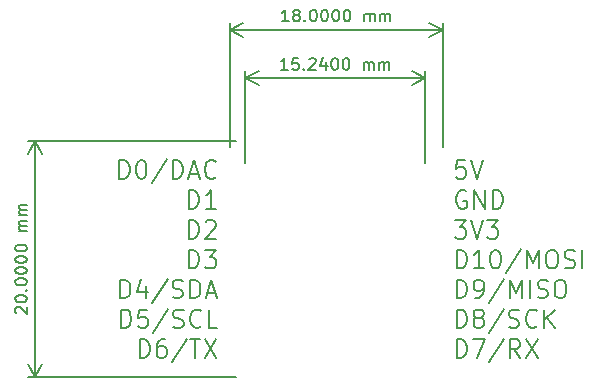
<source format=gbr>
%TF.GenerationSoftware,KiCad,Pcbnew,7.0.9*%
%TF.CreationDate,2024-02-17T11:22:31-05:00*%
%TF.ProjectId,uSD Card with Power Switch - for Xiao or QT Py,75534420-4361-4726-9420-776974682050,V1*%
%TF.SameCoordinates,Original*%
%TF.FileFunction,Other,User*%
%FSLAX46Y46*%
G04 Gerber Fmt 4.6, Leading zero omitted, Abs format (unit mm)*
G04 Created by KiCad (PCBNEW 7.0.9) date 2024-02-17 11:22:31*
%MOMM*%
%LPD*%
G01*
G04 APERTURE LIST*
%ADD10C,0.200000*%
%ADD11C,0.150000*%
G04 APERTURE END LIST*
D10*
X169903006Y-70661261D02*
X169188720Y-70661261D01*
X169188720Y-70661261D02*
X169117292Y-71408880D01*
X169117292Y-71408880D02*
X169188720Y-71334119D01*
X169188720Y-71334119D02*
X169331578Y-71259357D01*
X169331578Y-71259357D02*
X169688720Y-71259357D01*
X169688720Y-71259357D02*
X169831578Y-71334119D01*
X169831578Y-71334119D02*
X169903006Y-71408880D01*
X169903006Y-71408880D02*
X169974435Y-71558404D01*
X169974435Y-71558404D02*
X169974435Y-71932214D01*
X169974435Y-71932214D02*
X169903006Y-72081738D01*
X169903006Y-72081738D02*
X169831578Y-72156500D01*
X169831578Y-72156500D02*
X169688720Y-72231261D01*
X169688720Y-72231261D02*
X169331578Y-72231261D01*
X169331578Y-72231261D02*
X169188720Y-72156500D01*
X169188720Y-72156500D02*
X169117292Y-72081738D01*
X170403006Y-70661261D02*
X170903006Y-72231261D01*
X170903006Y-72231261D02*
X171403006Y-70661261D01*
X169974435Y-73263723D02*
X169831578Y-73188961D01*
X169831578Y-73188961D02*
X169617292Y-73188961D01*
X169617292Y-73188961D02*
X169403006Y-73263723D01*
X169403006Y-73263723D02*
X169260149Y-73413247D01*
X169260149Y-73413247D02*
X169188720Y-73562771D01*
X169188720Y-73562771D02*
X169117292Y-73861819D01*
X169117292Y-73861819D02*
X169117292Y-74086104D01*
X169117292Y-74086104D02*
X169188720Y-74385152D01*
X169188720Y-74385152D02*
X169260149Y-74534676D01*
X169260149Y-74534676D02*
X169403006Y-74684200D01*
X169403006Y-74684200D02*
X169617292Y-74758961D01*
X169617292Y-74758961D02*
X169760149Y-74758961D01*
X169760149Y-74758961D02*
X169974435Y-74684200D01*
X169974435Y-74684200D02*
X170045863Y-74609438D01*
X170045863Y-74609438D02*
X170045863Y-74086104D01*
X170045863Y-74086104D02*
X169760149Y-74086104D01*
X170688720Y-74758961D02*
X170688720Y-73188961D01*
X170688720Y-73188961D02*
X171545863Y-74758961D01*
X171545863Y-74758961D02*
X171545863Y-73188961D01*
X172260149Y-74758961D02*
X172260149Y-73188961D01*
X172260149Y-73188961D02*
X172617292Y-73188961D01*
X172617292Y-73188961D02*
X172831578Y-73263723D01*
X172831578Y-73263723D02*
X172974435Y-73413247D01*
X172974435Y-73413247D02*
X173045864Y-73562771D01*
X173045864Y-73562771D02*
X173117292Y-73861819D01*
X173117292Y-73861819D02*
X173117292Y-74086104D01*
X173117292Y-74086104D02*
X173045864Y-74385152D01*
X173045864Y-74385152D02*
X172974435Y-74534676D01*
X172974435Y-74534676D02*
X172831578Y-74684200D01*
X172831578Y-74684200D02*
X172617292Y-74758961D01*
X172617292Y-74758961D02*
X172260149Y-74758961D01*
X169045863Y-75716661D02*
X169974435Y-75716661D01*
X169974435Y-75716661D02*
X169474435Y-76314757D01*
X169474435Y-76314757D02*
X169688720Y-76314757D01*
X169688720Y-76314757D02*
X169831578Y-76389519D01*
X169831578Y-76389519D02*
X169903006Y-76464280D01*
X169903006Y-76464280D02*
X169974435Y-76613804D01*
X169974435Y-76613804D02*
X169974435Y-76987614D01*
X169974435Y-76987614D02*
X169903006Y-77137138D01*
X169903006Y-77137138D02*
X169831578Y-77211900D01*
X169831578Y-77211900D02*
X169688720Y-77286661D01*
X169688720Y-77286661D02*
X169260149Y-77286661D01*
X169260149Y-77286661D02*
X169117292Y-77211900D01*
X169117292Y-77211900D02*
X169045863Y-77137138D01*
X170403006Y-75716661D02*
X170903006Y-77286661D01*
X170903006Y-77286661D02*
X171403006Y-75716661D01*
X171760148Y-75716661D02*
X172688720Y-75716661D01*
X172688720Y-75716661D02*
X172188720Y-76314757D01*
X172188720Y-76314757D02*
X172403005Y-76314757D01*
X172403005Y-76314757D02*
X172545863Y-76389519D01*
X172545863Y-76389519D02*
X172617291Y-76464280D01*
X172617291Y-76464280D02*
X172688720Y-76613804D01*
X172688720Y-76613804D02*
X172688720Y-76987614D01*
X172688720Y-76987614D02*
X172617291Y-77137138D01*
X172617291Y-77137138D02*
X172545863Y-77211900D01*
X172545863Y-77211900D02*
X172403005Y-77286661D01*
X172403005Y-77286661D02*
X171974434Y-77286661D01*
X171974434Y-77286661D02*
X171831577Y-77211900D01*
X171831577Y-77211900D02*
X171760148Y-77137138D01*
X169188720Y-79814361D02*
X169188720Y-78244361D01*
X169188720Y-78244361D02*
X169545863Y-78244361D01*
X169545863Y-78244361D02*
X169760149Y-78319123D01*
X169760149Y-78319123D02*
X169903006Y-78468647D01*
X169903006Y-78468647D02*
X169974435Y-78618171D01*
X169974435Y-78618171D02*
X170045863Y-78917219D01*
X170045863Y-78917219D02*
X170045863Y-79141504D01*
X170045863Y-79141504D02*
X169974435Y-79440552D01*
X169974435Y-79440552D02*
X169903006Y-79590076D01*
X169903006Y-79590076D02*
X169760149Y-79739600D01*
X169760149Y-79739600D02*
X169545863Y-79814361D01*
X169545863Y-79814361D02*
X169188720Y-79814361D01*
X171474435Y-79814361D02*
X170617292Y-79814361D01*
X171045863Y-79814361D02*
X171045863Y-78244361D01*
X171045863Y-78244361D02*
X170903006Y-78468647D01*
X170903006Y-78468647D02*
X170760149Y-78618171D01*
X170760149Y-78618171D02*
X170617292Y-78692933D01*
X172403006Y-78244361D02*
X172545863Y-78244361D01*
X172545863Y-78244361D02*
X172688720Y-78319123D01*
X172688720Y-78319123D02*
X172760149Y-78393885D01*
X172760149Y-78393885D02*
X172831577Y-78543409D01*
X172831577Y-78543409D02*
X172903006Y-78842457D01*
X172903006Y-78842457D02*
X172903006Y-79216266D01*
X172903006Y-79216266D02*
X172831577Y-79515314D01*
X172831577Y-79515314D02*
X172760149Y-79664838D01*
X172760149Y-79664838D02*
X172688720Y-79739600D01*
X172688720Y-79739600D02*
X172545863Y-79814361D01*
X172545863Y-79814361D02*
X172403006Y-79814361D01*
X172403006Y-79814361D02*
X172260149Y-79739600D01*
X172260149Y-79739600D02*
X172188720Y-79664838D01*
X172188720Y-79664838D02*
X172117291Y-79515314D01*
X172117291Y-79515314D02*
X172045863Y-79216266D01*
X172045863Y-79216266D02*
X172045863Y-78842457D01*
X172045863Y-78842457D02*
X172117291Y-78543409D01*
X172117291Y-78543409D02*
X172188720Y-78393885D01*
X172188720Y-78393885D02*
X172260149Y-78319123D01*
X172260149Y-78319123D02*
X172403006Y-78244361D01*
X174617291Y-78169600D02*
X173331577Y-80188171D01*
X175117291Y-79814361D02*
X175117291Y-78244361D01*
X175117291Y-78244361D02*
X175617291Y-79365790D01*
X175617291Y-79365790D02*
X176117291Y-78244361D01*
X176117291Y-78244361D02*
X176117291Y-79814361D01*
X177117292Y-78244361D02*
X177403006Y-78244361D01*
X177403006Y-78244361D02*
X177545863Y-78319123D01*
X177545863Y-78319123D02*
X177688720Y-78468647D01*
X177688720Y-78468647D02*
X177760149Y-78767695D01*
X177760149Y-78767695D02*
X177760149Y-79291028D01*
X177760149Y-79291028D02*
X177688720Y-79590076D01*
X177688720Y-79590076D02*
X177545863Y-79739600D01*
X177545863Y-79739600D02*
X177403006Y-79814361D01*
X177403006Y-79814361D02*
X177117292Y-79814361D01*
X177117292Y-79814361D02*
X176974435Y-79739600D01*
X176974435Y-79739600D02*
X176831577Y-79590076D01*
X176831577Y-79590076D02*
X176760149Y-79291028D01*
X176760149Y-79291028D02*
X176760149Y-78767695D01*
X176760149Y-78767695D02*
X176831577Y-78468647D01*
X176831577Y-78468647D02*
X176974435Y-78319123D01*
X176974435Y-78319123D02*
X177117292Y-78244361D01*
X178331578Y-79739600D02*
X178545864Y-79814361D01*
X178545864Y-79814361D02*
X178903006Y-79814361D01*
X178903006Y-79814361D02*
X179045864Y-79739600D01*
X179045864Y-79739600D02*
X179117292Y-79664838D01*
X179117292Y-79664838D02*
X179188721Y-79515314D01*
X179188721Y-79515314D02*
X179188721Y-79365790D01*
X179188721Y-79365790D02*
X179117292Y-79216266D01*
X179117292Y-79216266D02*
X179045864Y-79141504D01*
X179045864Y-79141504D02*
X178903006Y-79066742D01*
X178903006Y-79066742D02*
X178617292Y-78991980D01*
X178617292Y-78991980D02*
X178474435Y-78917219D01*
X178474435Y-78917219D02*
X178403006Y-78842457D01*
X178403006Y-78842457D02*
X178331578Y-78692933D01*
X178331578Y-78692933D02*
X178331578Y-78543409D01*
X178331578Y-78543409D02*
X178403006Y-78393885D01*
X178403006Y-78393885D02*
X178474435Y-78319123D01*
X178474435Y-78319123D02*
X178617292Y-78244361D01*
X178617292Y-78244361D02*
X178974435Y-78244361D01*
X178974435Y-78244361D02*
X179188721Y-78319123D01*
X179831577Y-79814361D02*
X179831577Y-78244361D01*
X169188720Y-82342061D02*
X169188720Y-80772061D01*
X169188720Y-80772061D02*
X169545863Y-80772061D01*
X169545863Y-80772061D02*
X169760149Y-80846823D01*
X169760149Y-80846823D02*
X169903006Y-80996347D01*
X169903006Y-80996347D02*
X169974435Y-81145871D01*
X169974435Y-81145871D02*
X170045863Y-81444919D01*
X170045863Y-81444919D02*
X170045863Y-81669204D01*
X170045863Y-81669204D02*
X169974435Y-81968252D01*
X169974435Y-81968252D02*
X169903006Y-82117776D01*
X169903006Y-82117776D02*
X169760149Y-82267300D01*
X169760149Y-82267300D02*
X169545863Y-82342061D01*
X169545863Y-82342061D02*
X169188720Y-82342061D01*
X170760149Y-82342061D02*
X171045863Y-82342061D01*
X171045863Y-82342061D02*
X171188720Y-82267300D01*
X171188720Y-82267300D02*
X171260149Y-82192538D01*
X171260149Y-82192538D02*
X171403006Y-81968252D01*
X171403006Y-81968252D02*
X171474435Y-81669204D01*
X171474435Y-81669204D02*
X171474435Y-81071109D01*
X171474435Y-81071109D02*
X171403006Y-80921585D01*
X171403006Y-80921585D02*
X171331578Y-80846823D01*
X171331578Y-80846823D02*
X171188720Y-80772061D01*
X171188720Y-80772061D02*
X170903006Y-80772061D01*
X170903006Y-80772061D02*
X170760149Y-80846823D01*
X170760149Y-80846823D02*
X170688720Y-80921585D01*
X170688720Y-80921585D02*
X170617292Y-81071109D01*
X170617292Y-81071109D02*
X170617292Y-81444919D01*
X170617292Y-81444919D02*
X170688720Y-81594442D01*
X170688720Y-81594442D02*
X170760149Y-81669204D01*
X170760149Y-81669204D02*
X170903006Y-81743966D01*
X170903006Y-81743966D02*
X171188720Y-81743966D01*
X171188720Y-81743966D02*
X171331578Y-81669204D01*
X171331578Y-81669204D02*
X171403006Y-81594442D01*
X171403006Y-81594442D02*
X171474435Y-81444919D01*
X173188720Y-80697300D02*
X171903006Y-82715871D01*
X173688720Y-82342061D02*
X173688720Y-80772061D01*
X173688720Y-80772061D02*
X174188720Y-81893490D01*
X174188720Y-81893490D02*
X174688720Y-80772061D01*
X174688720Y-80772061D02*
X174688720Y-82342061D01*
X175403006Y-82342061D02*
X175403006Y-80772061D01*
X176045864Y-82267300D02*
X176260150Y-82342061D01*
X176260150Y-82342061D02*
X176617292Y-82342061D01*
X176617292Y-82342061D02*
X176760150Y-82267300D01*
X176760150Y-82267300D02*
X176831578Y-82192538D01*
X176831578Y-82192538D02*
X176903007Y-82043014D01*
X176903007Y-82043014D02*
X176903007Y-81893490D01*
X176903007Y-81893490D02*
X176831578Y-81743966D01*
X176831578Y-81743966D02*
X176760150Y-81669204D01*
X176760150Y-81669204D02*
X176617292Y-81594442D01*
X176617292Y-81594442D02*
X176331578Y-81519680D01*
X176331578Y-81519680D02*
X176188721Y-81444919D01*
X176188721Y-81444919D02*
X176117292Y-81370157D01*
X176117292Y-81370157D02*
X176045864Y-81220633D01*
X176045864Y-81220633D02*
X176045864Y-81071109D01*
X176045864Y-81071109D02*
X176117292Y-80921585D01*
X176117292Y-80921585D02*
X176188721Y-80846823D01*
X176188721Y-80846823D02*
X176331578Y-80772061D01*
X176331578Y-80772061D02*
X176688721Y-80772061D01*
X176688721Y-80772061D02*
X176903007Y-80846823D01*
X177831578Y-80772061D02*
X178117292Y-80772061D01*
X178117292Y-80772061D02*
X178260149Y-80846823D01*
X178260149Y-80846823D02*
X178403006Y-80996347D01*
X178403006Y-80996347D02*
X178474435Y-81295395D01*
X178474435Y-81295395D02*
X178474435Y-81818728D01*
X178474435Y-81818728D02*
X178403006Y-82117776D01*
X178403006Y-82117776D02*
X178260149Y-82267300D01*
X178260149Y-82267300D02*
X178117292Y-82342061D01*
X178117292Y-82342061D02*
X177831578Y-82342061D01*
X177831578Y-82342061D02*
X177688721Y-82267300D01*
X177688721Y-82267300D02*
X177545863Y-82117776D01*
X177545863Y-82117776D02*
X177474435Y-81818728D01*
X177474435Y-81818728D02*
X177474435Y-81295395D01*
X177474435Y-81295395D02*
X177545863Y-80996347D01*
X177545863Y-80996347D02*
X177688721Y-80846823D01*
X177688721Y-80846823D02*
X177831578Y-80772061D01*
X169188720Y-84869761D02*
X169188720Y-83299761D01*
X169188720Y-83299761D02*
X169545863Y-83299761D01*
X169545863Y-83299761D02*
X169760149Y-83374523D01*
X169760149Y-83374523D02*
X169903006Y-83524047D01*
X169903006Y-83524047D02*
X169974435Y-83673571D01*
X169974435Y-83673571D02*
X170045863Y-83972619D01*
X170045863Y-83972619D02*
X170045863Y-84196904D01*
X170045863Y-84196904D02*
X169974435Y-84495952D01*
X169974435Y-84495952D02*
X169903006Y-84645476D01*
X169903006Y-84645476D02*
X169760149Y-84795000D01*
X169760149Y-84795000D02*
X169545863Y-84869761D01*
X169545863Y-84869761D02*
X169188720Y-84869761D01*
X170903006Y-83972619D02*
X170760149Y-83897857D01*
X170760149Y-83897857D02*
X170688720Y-83823095D01*
X170688720Y-83823095D02*
X170617292Y-83673571D01*
X170617292Y-83673571D02*
X170617292Y-83598809D01*
X170617292Y-83598809D02*
X170688720Y-83449285D01*
X170688720Y-83449285D02*
X170760149Y-83374523D01*
X170760149Y-83374523D02*
X170903006Y-83299761D01*
X170903006Y-83299761D02*
X171188720Y-83299761D01*
X171188720Y-83299761D02*
X171331578Y-83374523D01*
X171331578Y-83374523D02*
X171403006Y-83449285D01*
X171403006Y-83449285D02*
X171474435Y-83598809D01*
X171474435Y-83598809D02*
X171474435Y-83673571D01*
X171474435Y-83673571D02*
X171403006Y-83823095D01*
X171403006Y-83823095D02*
X171331578Y-83897857D01*
X171331578Y-83897857D02*
X171188720Y-83972619D01*
X171188720Y-83972619D02*
X170903006Y-83972619D01*
X170903006Y-83972619D02*
X170760149Y-84047380D01*
X170760149Y-84047380D02*
X170688720Y-84122142D01*
X170688720Y-84122142D02*
X170617292Y-84271666D01*
X170617292Y-84271666D02*
X170617292Y-84570714D01*
X170617292Y-84570714D02*
X170688720Y-84720238D01*
X170688720Y-84720238D02*
X170760149Y-84795000D01*
X170760149Y-84795000D02*
X170903006Y-84869761D01*
X170903006Y-84869761D02*
X171188720Y-84869761D01*
X171188720Y-84869761D02*
X171331578Y-84795000D01*
X171331578Y-84795000D02*
X171403006Y-84720238D01*
X171403006Y-84720238D02*
X171474435Y-84570714D01*
X171474435Y-84570714D02*
X171474435Y-84271666D01*
X171474435Y-84271666D02*
X171403006Y-84122142D01*
X171403006Y-84122142D02*
X171331578Y-84047380D01*
X171331578Y-84047380D02*
X171188720Y-83972619D01*
X173188720Y-83225000D02*
X171903006Y-85243571D01*
X173617292Y-84795000D02*
X173831578Y-84869761D01*
X173831578Y-84869761D02*
X174188720Y-84869761D01*
X174188720Y-84869761D02*
X174331578Y-84795000D01*
X174331578Y-84795000D02*
X174403006Y-84720238D01*
X174403006Y-84720238D02*
X174474435Y-84570714D01*
X174474435Y-84570714D02*
X174474435Y-84421190D01*
X174474435Y-84421190D02*
X174403006Y-84271666D01*
X174403006Y-84271666D02*
X174331578Y-84196904D01*
X174331578Y-84196904D02*
X174188720Y-84122142D01*
X174188720Y-84122142D02*
X173903006Y-84047380D01*
X173903006Y-84047380D02*
X173760149Y-83972619D01*
X173760149Y-83972619D02*
X173688720Y-83897857D01*
X173688720Y-83897857D02*
X173617292Y-83748333D01*
X173617292Y-83748333D02*
X173617292Y-83598809D01*
X173617292Y-83598809D02*
X173688720Y-83449285D01*
X173688720Y-83449285D02*
X173760149Y-83374523D01*
X173760149Y-83374523D02*
X173903006Y-83299761D01*
X173903006Y-83299761D02*
X174260149Y-83299761D01*
X174260149Y-83299761D02*
X174474435Y-83374523D01*
X175974434Y-84720238D02*
X175903006Y-84795000D01*
X175903006Y-84795000D02*
X175688720Y-84869761D01*
X175688720Y-84869761D02*
X175545863Y-84869761D01*
X175545863Y-84869761D02*
X175331577Y-84795000D01*
X175331577Y-84795000D02*
X175188720Y-84645476D01*
X175188720Y-84645476D02*
X175117291Y-84495952D01*
X175117291Y-84495952D02*
X175045863Y-84196904D01*
X175045863Y-84196904D02*
X175045863Y-83972619D01*
X175045863Y-83972619D02*
X175117291Y-83673571D01*
X175117291Y-83673571D02*
X175188720Y-83524047D01*
X175188720Y-83524047D02*
X175331577Y-83374523D01*
X175331577Y-83374523D02*
X175545863Y-83299761D01*
X175545863Y-83299761D02*
X175688720Y-83299761D01*
X175688720Y-83299761D02*
X175903006Y-83374523D01*
X175903006Y-83374523D02*
X175974434Y-83449285D01*
X176617291Y-84869761D02*
X176617291Y-83299761D01*
X177474434Y-84869761D02*
X176831577Y-83972619D01*
X177474434Y-83299761D02*
X176617291Y-84196904D01*
X169188720Y-87397461D02*
X169188720Y-85827461D01*
X169188720Y-85827461D02*
X169545863Y-85827461D01*
X169545863Y-85827461D02*
X169760149Y-85902223D01*
X169760149Y-85902223D02*
X169903006Y-86051747D01*
X169903006Y-86051747D02*
X169974435Y-86201271D01*
X169974435Y-86201271D02*
X170045863Y-86500319D01*
X170045863Y-86500319D02*
X170045863Y-86724604D01*
X170045863Y-86724604D02*
X169974435Y-87023652D01*
X169974435Y-87023652D02*
X169903006Y-87173176D01*
X169903006Y-87173176D02*
X169760149Y-87322700D01*
X169760149Y-87322700D02*
X169545863Y-87397461D01*
X169545863Y-87397461D02*
X169188720Y-87397461D01*
X170545863Y-85827461D02*
X171545863Y-85827461D01*
X171545863Y-85827461D02*
X170903006Y-87397461D01*
X173188720Y-85752700D02*
X171903006Y-87771271D01*
X174545863Y-87397461D02*
X174045863Y-86649842D01*
X173688720Y-87397461D02*
X173688720Y-85827461D01*
X173688720Y-85827461D02*
X174260149Y-85827461D01*
X174260149Y-85827461D02*
X174403006Y-85902223D01*
X174403006Y-85902223D02*
X174474435Y-85976985D01*
X174474435Y-85976985D02*
X174545863Y-86126509D01*
X174545863Y-86126509D02*
X174545863Y-86350795D01*
X174545863Y-86350795D02*
X174474435Y-86500319D01*
X174474435Y-86500319D02*
X174403006Y-86575080D01*
X174403006Y-86575080D02*
X174260149Y-86649842D01*
X174260149Y-86649842D02*
X173688720Y-86649842D01*
X175045863Y-85827461D02*
X176045863Y-87397461D01*
X176045863Y-85827461D02*
X175045863Y-87397461D01*
X140639850Y-72231261D02*
X140639850Y-70661261D01*
X140639850Y-70661261D02*
X140996993Y-70661261D01*
X140996993Y-70661261D02*
X141211279Y-70736023D01*
X141211279Y-70736023D02*
X141354136Y-70885547D01*
X141354136Y-70885547D02*
X141425565Y-71035071D01*
X141425565Y-71035071D02*
X141496993Y-71334119D01*
X141496993Y-71334119D02*
X141496993Y-71558404D01*
X141496993Y-71558404D02*
X141425565Y-71857452D01*
X141425565Y-71857452D02*
X141354136Y-72006976D01*
X141354136Y-72006976D02*
X141211279Y-72156500D01*
X141211279Y-72156500D02*
X140996993Y-72231261D01*
X140996993Y-72231261D02*
X140639850Y-72231261D01*
X142425565Y-70661261D02*
X142568422Y-70661261D01*
X142568422Y-70661261D02*
X142711279Y-70736023D01*
X142711279Y-70736023D02*
X142782708Y-70810785D01*
X142782708Y-70810785D02*
X142854136Y-70960309D01*
X142854136Y-70960309D02*
X142925565Y-71259357D01*
X142925565Y-71259357D02*
X142925565Y-71633166D01*
X142925565Y-71633166D02*
X142854136Y-71932214D01*
X142854136Y-71932214D02*
X142782708Y-72081738D01*
X142782708Y-72081738D02*
X142711279Y-72156500D01*
X142711279Y-72156500D02*
X142568422Y-72231261D01*
X142568422Y-72231261D02*
X142425565Y-72231261D01*
X142425565Y-72231261D02*
X142282708Y-72156500D01*
X142282708Y-72156500D02*
X142211279Y-72081738D01*
X142211279Y-72081738D02*
X142139850Y-71932214D01*
X142139850Y-71932214D02*
X142068422Y-71633166D01*
X142068422Y-71633166D02*
X142068422Y-71259357D01*
X142068422Y-71259357D02*
X142139850Y-70960309D01*
X142139850Y-70960309D02*
X142211279Y-70810785D01*
X142211279Y-70810785D02*
X142282708Y-70736023D01*
X142282708Y-70736023D02*
X142425565Y-70661261D01*
X144639850Y-70586500D02*
X143354136Y-72605071D01*
X145139850Y-72231261D02*
X145139850Y-70661261D01*
X145139850Y-70661261D02*
X145496993Y-70661261D01*
X145496993Y-70661261D02*
X145711279Y-70736023D01*
X145711279Y-70736023D02*
X145854136Y-70885547D01*
X145854136Y-70885547D02*
X145925565Y-71035071D01*
X145925565Y-71035071D02*
X145996993Y-71334119D01*
X145996993Y-71334119D02*
X145996993Y-71558404D01*
X145996993Y-71558404D02*
X145925565Y-71857452D01*
X145925565Y-71857452D02*
X145854136Y-72006976D01*
X145854136Y-72006976D02*
X145711279Y-72156500D01*
X145711279Y-72156500D02*
X145496993Y-72231261D01*
X145496993Y-72231261D02*
X145139850Y-72231261D01*
X146568422Y-71782690D02*
X147282708Y-71782690D01*
X146425565Y-72231261D02*
X146925565Y-70661261D01*
X146925565Y-70661261D02*
X147425565Y-72231261D01*
X148782707Y-72081738D02*
X148711279Y-72156500D01*
X148711279Y-72156500D02*
X148496993Y-72231261D01*
X148496993Y-72231261D02*
X148354136Y-72231261D01*
X148354136Y-72231261D02*
X148139850Y-72156500D01*
X148139850Y-72156500D02*
X147996993Y-72006976D01*
X147996993Y-72006976D02*
X147925564Y-71857452D01*
X147925564Y-71857452D02*
X147854136Y-71558404D01*
X147854136Y-71558404D02*
X147854136Y-71334119D01*
X147854136Y-71334119D02*
X147925564Y-71035071D01*
X147925564Y-71035071D02*
X147996993Y-70885547D01*
X147996993Y-70885547D02*
X148139850Y-70736023D01*
X148139850Y-70736023D02*
X148354136Y-70661261D01*
X148354136Y-70661261D02*
X148496993Y-70661261D01*
X148496993Y-70661261D02*
X148711279Y-70736023D01*
X148711279Y-70736023D02*
X148782707Y-70810785D01*
X146496993Y-74758961D02*
X146496993Y-73188961D01*
X146496993Y-73188961D02*
X146854136Y-73188961D01*
X146854136Y-73188961D02*
X147068422Y-73263723D01*
X147068422Y-73263723D02*
X147211279Y-73413247D01*
X147211279Y-73413247D02*
X147282708Y-73562771D01*
X147282708Y-73562771D02*
X147354136Y-73861819D01*
X147354136Y-73861819D02*
X147354136Y-74086104D01*
X147354136Y-74086104D02*
X147282708Y-74385152D01*
X147282708Y-74385152D02*
X147211279Y-74534676D01*
X147211279Y-74534676D02*
X147068422Y-74684200D01*
X147068422Y-74684200D02*
X146854136Y-74758961D01*
X146854136Y-74758961D02*
X146496993Y-74758961D01*
X148782708Y-74758961D02*
X147925565Y-74758961D01*
X148354136Y-74758961D02*
X148354136Y-73188961D01*
X148354136Y-73188961D02*
X148211279Y-73413247D01*
X148211279Y-73413247D02*
X148068422Y-73562771D01*
X148068422Y-73562771D02*
X147925565Y-73637533D01*
X146496993Y-77286661D02*
X146496993Y-75716661D01*
X146496993Y-75716661D02*
X146854136Y-75716661D01*
X146854136Y-75716661D02*
X147068422Y-75791423D01*
X147068422Y-75791423D02*
X147211279Y-75940947D01*
X147211279Y-75940947D02*
X147282708Y-76090471D01*
X147282708Y-76090471D02*
X147354136Y-76389519D01*
X147354136Y-76389519D02*
X147354136Y-76613804D01*
X147354136Y-76613804D02*
X147282708Y-76912852D01*
X147282708Y-76912852D02*
X147211279Y-77062376D01*
X147211279Y-77062376D02*
X147068422Y-77211900D01*
X147068422Y-77211900D02*
X146854136Y-77286661D01*
X146854136Y-77286661D02*
X146496993Y-77286661D01*
X147925565Y-75866185D02*
X147996993Y-75791423D01*
X147996993Y-75791423D02*
X148139851Y-75716661D01*
X148139851Y-75716661D02*
X148496993Y-75716661D01*
X148496993Y-75716661D02*
X148639851Y-75791423D01*
X148639851Y-75791423D02*
X148711279Y-75866185D01*
X148711279Y-75866185D02*
X148782708Y-76015709D01*
X148782708Y-76015709D02*
X148782708Y-76165233D01*
X148782708Y-76165233D02*
X148711279Y-76389519D01*
X148711279Y-76389519D02*
X147854136Y-77286661D01*
X147854136Y-77286661D02*
X148782708Y-77286661D01*
X146496993Y-79814361D02*
X146496993Y-78244361D01*
X146496993Y-78244361D02*
X146854136Y-78244361D01*
X146854136Y-78244361D02*
X147068422Y-78319123D01*
X147068422Y-78319123D02*
X147211279Y-78468647D01*
X147211279Y-78468647D02*
X147282708Y-78618171D01*
X147282708Y-78618171D02*
X147354136Y-78917219D01*
X147354136Y-78917219D02*
X147354136Y-79141504D01*
X147354136Y-79141504D02*
X147282708Y-79440552D01*
X147282708Y-79440552D02*
X147211279Y-79590076D01*
X147211279Y-79590076D02*
X147068422Y-79739600D01*
X147068422Y-79739600D02*
X146854136Y-79814361D01*
X146854136Y-79814361D02*
X146496993Y-79814361D01*
X147854136Y-78244361D02*
X148782708Y-78244361D01*
X148782708Y-78244361D02*
X148282708Y-78842457D01*
X148282708Y-78842457D02*
X148496993Y-78842457D01*
X148496993Y-78842457D02*
X148639851Y-78917219D01*
X148639851Y-78917219D02*
X148711279Y-78991980D01*
X148711279Y-78991980D02*
X148782708Y-79141504D01*
X148782708Y-79141504D02*
X148782708Y-79515314D01*
X148782708Y-79515314D02*
X148711279Y-79664838D01*
X148711279Y-79664838D02*
X148639851Y-79739600D01*
X148639851Y-79739600D02*
X148496993Y-79814361D01*
X148496993Y-79814361D02*
X148068422Y-79814361D01*
X148068422Y-79814361D02*
X147925565Y-79739600D01*
X147925565Y-79739600D02*
X147854136Y-79664838D01*
X140711279Y-82342061D02*
X140711279Y-80772061D01*
X140711279Y-80772061D02*
X141068422Y-80772061D01*
X141068422Y-80772061D02*
X141282708Y-80846823D01*
X141282708Y-80846823D02*
X141425565Y-80996347D01*
X141425565Y-80996347D02*
X141496994Y-81145871D01*
X141496994Y-81145871D02*
X141568422Y-81444919D01*
X141568422Y-81444919D02*
X141568422Y-81669204D01*
X141568422Y-81669204D02*
X141496994Y-81968252D01*
X141496994Y-81968252D02*
X141425565Y-82117776D01*
X141425565Y-82117776D02*
X141282708Y-82267300D01*
X141282708Y-82267300D02*
X141068422Y-82342061D01*
X141068422Y-82342061D02*
X140711279Y-82342061D01*
X142854137Y-81295395D02*
X142854137Y-82342061D01*
X142496994Y-80697300D02*
X142139851Y-81818728D01*
X142139851Y-81818728D02*
X143068422Y-81818728D01*
X144711279Y-80697300D02*
X143425565Y-82715871D01*
X145139851Y-82267300D02*
X145354137Y-82342061D01*
X145354137Y-82342061D02*
X145711279Y-82342061D01*
X145711279Y-82342061D02*
X145854137Y-82267300D01*
X145854137Y-82267300D02*
X145925565Y-82192538D01*
X145925565Y-82192538D02*
X145996994Y-82043014D01*
X145996994Y-82043014D02*
X145996994Y-81893490D01*
X145996994Y-81893490D02*
X145925565Y-81743966D01*
X145925565Y-81743966D02*
X145854137Y-81669204D01*
X145854137Y-81669204D02*
X145711279Y-81594442D01*
X145711279Y-81594442D02*
X145425565Y-81519680D01*
X145425565Y-81519680D02*
X145282708Y-81444919D01*
X145282708Y-81444919D02*
X145211279Y-81370157D01*
X145211279Y-81370157D02*
X145139851Y-81220633D01*
X145139851Y-81220633D02*
X145139851Y-81071109D01*
X145139851Y-81071109D02*
X145211279Y-80921585D01*
X145211279Y-80921585D02*
X145282708Y-80846823D01*
X145282708Y-80846823D02*
X145425565Y-80772061D01*
X145425565Y-80772061D02*
X145782708Y-80772061D01*
X145782708Y-80772061D02*
X145996994Y-80846823D01*
X146639850Y-82342061D02*
X146639850Y-80772061D01*
X146639850Y-80772061D02*
X146996993Y-80772061D01*
X146996993Y-80772061D02*
X147211279Y-80846823D01*
X147211279Y-80846823D02*
X147354136Y-80996347D01*
X147354136Y-80996347D02*
X147425565Y-81145871D01*
X147425565Y-81145871D02*
X147496993Y-81444919D01*
X147496993Y-81444919D02*
X147496993Y-81669204D01*
X147496993Y-81669204D02*
X147425565Y-81968252D01*
X147425565Y-81968252D02*
X147354136Y-82117776D01*
X147354136Y-82117776D02*
X147211279Y-82267300D01*
X147211279Y-82267300D02*
X146996993Y-82342061D01*
X146996993Y-82342061D02*
X146639850Y-82342061D01*
X148068422Y-81893490D02*
X148782708Y-81893490D01*
X147925565Y-82342061D02*
X148425565Y-80772061D01*
X148425565Y-80772061D02*
X148925565Y-82342061D01*
X140782707Y-84869761D02*
X140782707Y-83299761D01*
X140782707Y-83299761D02*
X141139850Y-83299761D01*
X141139850Y-83299761D02*
X141354136Y-83374523D01*
X141354136Y-83374523D02*
X141496993Y-83524047D01*
X141496993Y-83524047D02*
X141568422Y-83673571D01*
X141568422Y-83673571D02*
X141639850Y-83972619D01*
X141639850Y-83972619D02*
X141639850Y-84196904D01*
X141639850Y-84196904D02*
X141568422Y-84495952D01*
X141568422Y-84495952D02*
X141496993Y-84645476D01*
X141496993Y-84645476D02*
X141354136Y-84795000D01*
X141354136Y-84795000D02*
X141139850Y-84869761D01*
X141139850Y-84869761D02*
X140782707Y-84869761D01*
X142996993Y-83299761D02*
X142282707Y-83299761D01*
X142282707Y-83299761D02*
X142211279Y-84047380D01*
X142211279Y-84047380D02*
X142282707Y-83972619D01*
X142282707Y-83972619D02*
X142425565Y-83897857D01*
X142425565Y-83897857D02*
X142782707Y-83897857D01*
X142782707Y-83897857D02*
X142925565Y-83972619D01*
X142925565Y-83972619D02*
X142996993Y-84047380D01*
X142996993Y-84047380D02*
X143068422Y-84196904D01*
X143068422Y-84196904D02*
X143068422Y-84570714D01*
X143068422Y-84570714D02*
X142996993Y-84720238D01*
X142996993Y-84720238D02*
X142925565Y-84795000D01*
X142925565Y-84795000D02*
X142782707Y-84869761D01*
X142782707Y-84869761D02*
X142425565Y-84869761D01*
X142425565Y-84869761D02*
X142282707Y-84795000D01*
X142282707Y-84795000D02*
X142211279Y-84720238D01*
X144782707Y-83225000D02*
X143496993Y-85243571D01*
X145211279Y-84795000D02*
X145425565Y-84869761D01*
X145425565Y-84869761D02*
X145782707Y-84869761D01*
X145782707Y-84869761D02*
X145925565Y-84795000D01*
X145925565Y-84795000D02*
X145996993Y-84720238D01*
X145996993Y-84720238D02*
X146068422Y-84570714D01*
X146068422Y-84570714D02*
X146068422Y-84421190D01*
X146068422Y-84421190D02*
X145996993Y-84271666D01*
X145996993Y-84271666D02*
X145925565Y-84196904D01*
X145925565Y-84196904D02*
X145782707Y-84122142D01*
X145782707Y-84122142D02*
X145496993Y-84047380D01*
X145496993Y-84047380D02*
X145354136Y-83972619D01*
X145354136Y-83972619D02*
X145282707Y-83897857D01*
X145282707Y-83897857D02*
X145211279Y-83748333D01*
X145211279Y-83748333D02*
X145211279Y-83598809D01*
X145211279Y-83598809D02*
X145282707Y-83449285D01*
X145282707Y-83449285D02*
X145354136Y-83374523D01*
X145354136Y-83374523D02*
X145496993Y-83299761D01*
X145496993Y-83299761D02*
X145854136Y-83299761D01*
X145854136Y-83299761D02*
X146068422Y-83374523D01*
X147568421Y-84720238D02*
X147496993Y-84795000D01*
X147496993Y-84795000D02*
X147282707Y-84869761D01*
X147282707Y-84869761D02*
X147139850Y-84869761D01*
X147139850Y-84869761D02*
X146925564Y-84795000D01*
X146925564Y-84795000D02*
X146782707Y-84645476D01*
X146782707Y-84645476D02*
X146711278Y-84495952D01*
X146711278Y-84495952D02*
X146639850Y-84196904D01*
X146639850Y-84196904D02*
X146639850Y-83972619D01*
X146639850Y-83972619D02*
X146711278Y-83673571D01*
X146711278Y-83673571D02*
X146782707Y-83524047D01*
X146782707Y-83524047D02*
X146925564Y-83374523D01*
X146925564Y-83374523D02*
X147139850Y-83299761D01*
X147139850Y-83299761D02*
X147282707Y-83299761D01*
X147282707Y-83299761D02*
X147496993Y-83374523D01*
X147496993Y-83374523D02*
X147568421Y-83449285D01*
X148925564Y-84869761D02*
X148211278Y-84869761D01*
X148211278Y-84869761D02*
X148211278Y-83299761D01*
X142354136Y-87397461D02*
X142354136Y-85827461D01*
X142354136Y-85827461D02*
X142711279Y-85827461D01*
X142711279Y-85827461D02*
X142925565Y-85902223D01*
X142925565Y-85902223D02*
X143068422Y-86051747D01*
X143068422Y-86051747D02*
X143139851Y-86201271D01*
X143139851Y-86201271D02*
X143211279Y-86500319D01*
X143211279Y-86500319D02*
X143211279Y-86724604D01*
X143211279Y-86724604D02*
X143139851Y-87023652D01*
X143139851Y-87023652D02*
X143068422Y-87173176D01*
X143068422Y-87173176D02*
X142925565Y-87322700D01*
X142925565Y-87322700D02*
X142711279Y-87397461D01*
X142711279Y-87397461D02*
X142354136Y-87397461D01*
X144496994Y-85827461D02*
X144211279Y-85827461D01*
X144211279Y-85827461D02*
X144068422Y-85902223D01*
X144068422Y-85902223D02*
X143996994Y-85976985D01*
X143996994Y-85976985D02*
X143854136Y-86201271D01*
X143854136Y-86201271D02*
X143782708Y-86500319D01*
X143782708Y-86500319D02*
X143782708Y-87098414D01*
X143782708Y-87098414D02*
X143854136Y-87247938D01*
X143854136Y-87247938D02*
X143925565Y-87322700D01*
X143925565Y-87322700D02*
X144068422Y-87397461D01*
X144068422Y-87397461D02*
X144354136Y-87397461D01*
X144354136Y-87397461D02*
X144496994Y-87322700D01*
X144496994Y-87322700D02*
X144568422Y-87247938D01*
X144568422Y-87247938D02*
X144639851Y-87098414D01*
X144639851Y-87098414D02*
X144639851Y-86724604D01*
X144639851Y-86724604D02*
X144568422Y-86575080D01*
X144568422Y-86575080D02*
X144496994Y-86500319D01*
X144496994Y-86500319D02*
X144354136Y-86425557D01*
X144354136Y-86425557D02*
X144068422Y-86425557D01*
X144068422Y-86425557D02*
X143925565Y-86500319D01*
X143925565Y-86500319D02*
X143854136Y-86575080D01*
X143854136Y-86575080D02*
X143782708Y-86724604D01*
X146354136Y-85752700D02*
X145068422Y-87771271D01*
X146639851Y-85827461D02*
X147496994Y-85827461D01*
X147068422Y-87397461D02*
X147068422Y-85827461D01*
X147854136Y-85827461D02*
X148854136Y-87397461D01*
X148854136Y-85827461D02*
X147854136Y-87397461D01*
D11*
X154872381Y-63004819D02*
X154300953Y-63004819D01*
X154586667Y-63004819D02*
X154586667Y-62004819D01*
X154586667Y-62004819D02*
X154491429Y-62147676D01*
X154491429Y-62147676D02*
X154396191Y-62242914D01*
X154396191Y-62242914D02*
X154300953Y-62290533D01*
X155777143Y-62004819D02*
X155300953Y-62004819D01*
X155300953Y-62004819D02*
X155253334Y-62481009D01*
X155253334Y-62481009D02*
X155300953Y-62433390D01*
X155300953Y-62433390D02*
X155396191Y-62385771D01*
X155396191Y-62385771D02*
X155634286Y-62385771D01*
X155634286Y-62385771D02*
X155729524Y-62433390D01*
X155729524Y-62433390D02*
X155777143Y-62481009D01*
X155777143Y-62481009D02*
X155824762Y-62576247D01*
X155824762Y-62576247D02*
X155824762Y-62814342D01*
X155824762Y-62814342D02*
X155777143Y-62909580D01*
X155777143Y-62909580D02*
X155729524Y-62957200D01*
X155729524Y-62957200D02*
X155634286Y-63004819D01*
X155634286Y-63004819D02*
X155396191Y-63004819D01*
X155396191Y-63004819D02*
X155300953Y-62957200D01*
X155300953Y-62957200D02*
X155253334Y-62909580D01*
X156253334Y-62909580D02*
X156300953Y-62957200D01*
X156300953Y-62957200D02*
X156253334Y-63004819D01*
X156253334Y-63004819D02*
X156205715Y-62957200D01*
X156205715Y-62957200D02*
X156253334Y-62909580D01*
X156253334Y-62909580D02*
X156253334Y-63004819D01*
X156681905Y-62100057D02*
X156729524Y-62052438D01*
X156729524Y-62052438D02*
X156824762Y-62004819D01*
X156824762Y-62004819D02*
X157062857Y-62004819D01*
X157062857Y-62004819D02*
X157158095Y-62052438D01*
X157158095Y-62052438D02*
X157205714Y-62100057D01*
X157205714Y-62100057D02*
X157253333Y-62195295D01*
X157253333Y-62195295D02*
X157253333Y-62290533D01*
X157253333Y-62290533D02*
X157205714Y-62433390D01*
X157205714Y-62433390D02*
X156634286Y-63004819D01*
X156634286Y-63004819D02*
X157253333Y-63004819D01*
X158110476Y-62338152D02*
X158110476Y-63004819D01*
X157872381Y-61957200D02*
X157634286Y-62671485D01*
X157634286Y-62671485D02*
X158253333Y-62671485D01*
X158824762Y-62004819D02*
X158920000Y-62004819D01*
X158920000Y-62004819D02*
X159015238Y-62052438D01*
X159015238Y-62052438D02*
X159062857Y-62100057D01*
X159062857Y-62100057D02*
X159110476Y-62195295D01*
X159110476Y-62195295D02*
X159158095Y-62385771D01*
X159158095Y-62385771D02*
X159158095Y-62623866D01*
X159158095Y-62623866D02*
X159110476Y-62814342D01*
X159110476Y-62814342D02*
X159062857Y-62909580D01*
X159062857Y-62909580D02*
X159015238Y-62957200D01*
X159015238Y-62957200D02*
X158920000Y-63004819D01*
X158920000Y-63004819D02*
X158824762Y-63004819D01*
X158824762Y-63004819D02*
X158729524Y-62957200D01*
X158729524Y-62957200D02*
X158681905Y-62909580D01*
X158681905Y-62909580D02*
X158634286Y-62814342D01*
X158634286Y-62814342D02*
X158586667Y-62623866D01*
X158586667Y-62623866D02*
X158586667Y-62385771D01*
X158586667Y-62385771D02*
X158634286Y-62195295D01*
X158634286Y-62195295D02*
X158681905Y-62100057D01*
X158681905Y-62100057D02*
X158729524Y-62052438D01*
X158729524Y-62052438D02*
X158824762Y-62004819D01*
X159777143Y-62004819D02*
X159872381Y-62004819D01*
X159872381Y-62004819D02*
X159967619Y-62052438D01*
X159967619Y-62052438D02*
X160015238Y-62100057D01*
X160015238Y-62100057D02*
X160062857Y-62195295D01*
X160062857Y-62195295D02*
X160110476Y-62385771D01*
X160110476Y-62385771D02*
X160110476Y-62623866D01*
X160110476Y-62623866D02*
X160062857Y-62814342D01*
X160062857Y-62814342D02*
X160015238Y-62909580D01*
X160015238Y-62909580D02*
X159967619Y-62957200D01*
X159967619Y-62957200D02*
X159872381Y-63004819D01*
X159872381Y-63004819D02*
X159777143Y-63004819D01*
X159777143Y-63004819D02*
X159681905Y-62957200D01*
X159681905Y-62957200D02*
X159634286Y-62909580D01*
X159634286Y-62909580D02*
X159586667Y-62814342D01*
X159586667Y-62814342D02*
X159539048Y-62623866D01*
X159539048Y-62623866D02*
X159539048Y-62385771D01*
X159539048Y-62385771D02*
X159586667Y-62195295D01*
X159586667Y-62195295D02*
X159634286Y-62100057D01*
X159634286Y-62100057D02*
X159681905Y-62052438D01*
X159681905Y-62052438D02*
X159777143Y-62004819D01*
X161300953Y-63004819D02*
X161300953Y-62338152D01*
X161300953Y-62433390D02*
X161348572Y-62385771D01*
X161348572Y-62385771D02*
X161443810Y-62338152D01*
X161443810Y-62338152D02*
X161586667Y-62338152D01*
X161586667Y-62338152D02*
X161681905Y-62385771D01*
X161681905Y-62385771D02*
X161729524Y-62481009D01*
X161729524Y-62481009D02*
X161729524Y-63004819D01*
X161729524Y-62481009D02*
X161777143Y-62385771D01*
X161777143Y-62385771D02*
X161872381Y-62338152D01*
X161872381Y-62338152D02*
X162015238Y-62338152D01*
X162015238Y-62338152D02*
X162110477Y-62385771D01*
X162110477Y-62385771D02*
X162158096Y-62481009D01*
X162158096Y-62481009D02*
X162158096Y-63004819D01*
X162634286Y-63004819D02*
X162634286Y-62338152D01*
X162634286Y-62433390D02*
X162681905Y-62385771D01*
X162681905Y-62385771D02*
X162777143Y-62338152D01*
X162777143Y-62338152D02*
X162920000Y-62338152D01*
X162920000Y-62338152D02*
X163015238Y-62385771D01*
X163015238Y-62385771D02*
X163062857Y-62481009D01*
X163062857Y-62481009D02*
X163062857Y-63004819D01*
X163062857Y-62481009D02*
X163110476Y-62385771D01*
X163110476Y-62385771D02*
X163205714Y-62338152D01*
X163205714Y-62338152D02*
X163348571Y-62338152D01*
X163348571Y-62338152D02*
X163443810Y-62385771D01*
X163443810Y-62385771D02*
X163491429Y-62481009D01*
X163491429Y-62481009D02*
X163491429Y-63004819D01*
X151300000Y-70880000D02*
X151300000Y-63113580D01*
X166540000Y-70880000D02*
X166540000Y-63113580D01*
X151300000Y-63700000D02*
X166540000Y-63700000D01*
X151300000Y-63700000D02*
X166540000Y-63700000D01*
X151300000Y-63700000D02*
X152426504Y-63113579D01*
X151300000Y-63700000D02*
X152426504Y-64286421D01*
X166540000Y-63700000D02*
X165413496Y-64286421D01*
X166540000Y-63700000D02*
X165413496Y-63113579D01*
X131900057Y-83619046D02*
X131852438Y-83571427D01*
X131852438Y-83571427D02*
X131804819Y-83476189D01*
X131804819Y-83476189D02*
X131804819Y-83238094D01*
X131804819Y-83238094D02*
X131852438Y-83142856D01*
X131852438Y-83142856D02*
X131900057Y-83095237D01*
X131900057Y-83095237D02*
X131995295Y-83047618D01*
X131995295Y-83047618D02*
X132090533Y-83047618D01*
X132090533Y-83047618D02*
X132233390Y-83095237D01*
X132233390Y-83095237D02*
X132804819Y-83666665D01*
X132804819Y-83666665D02*
X132804819Y-83047618D01*
X131804819Y-82428570D02*
X131804819Y-82333332D01*
X131804819Y-82333332D02*
X131852438Y-82238094D01*
X131852438Y-82238094D02*
X131900057Y-82190475D01*
X131900057Y-82190475D02*
X131995295Y-82142856D01*
X131995295Y-82142856D02*
X132185771Y-82095237D01*
X132185771Y-82095237D02*
X132423866Y-82095237D01*
X132423866Y-82095237D02*
X132614342Y-82142856D01*
X132614342Y-82142856D02*
X132709580Y-82190475D01*
X132709580Y-82190475D02*
X132757200Y-82238094D01*
X132757200Y-82238094D02*
X132804819Y-82333332D01*
X132804819Y-82333332D02*
X132804819Y-82428570D01*
X132804819Y-82428570D02*
X132757200Y-82523808D01*
X132757200Y-82523808D02*
X132709580Y-82571427D01*
X132709580Y-82571427D02*
X132614342Y-82619046D01*
X132614342Y-82619046D02*
X132423866Y-82666665D01*
X132423866Y-82666665D02*
X132185771Y-82666665D01*
X132185771Y-82666665D02*
X131995295Y-82619046D01*
X131995295Y-82619046D02*
X131900057Y-82571427D01*
X131900057Y-82571427D02*
X131852438Y-82523808D01*
X131852438Y-82523808D02*
X131804819Y-82428570D01*
X132709580Y-81666665D02*
X132757200Y-81619046D01*
X132757200Y-81619046D02*
X132804819Y-81666665D01*
X132804819Y-81666665D02*
X132757200Y-81714284D01*
X132757200Y-81714284D02*
X132709580Y-81666665D01*
X132709580Y-81666665D02*
X132804819Y-81666665D01*
X131804819Y-80999999D02*
X131804819Y-80904761D01*
X131804819Y-80904761D02*
X131852438Y-80809523D01*
X131852438Y-80809523D02*
X131900057Y-80761904D01*
X131900057Y-80761904D02*
X131995295Y-80714285D01*
X131995295Y-80714285D02*
X132185771Y-80666666D01*
X132185771Y-80666666D02*
X132423866Y-80666666D01*
X132423866Y-80666666D02*
X132614342Y-80714285D01*
X132614342Y-80714285D02*
X132709580Y-80761904D01*
X132709580Y-80761904D02*
X132757200Y-80809523D01*
X132757200Y-80809523D02*
X132804819Y-80904761D01*
X132804819Y-80904761D02*
X132804819Y-80999999D01*
X132804819Y-80999999D02*
X132757200Y-81095237D01*
X132757200Y-81095237D02*
X132709580Y-81142856D01*
X132709580Y-81142856D02*
X132614342Y-81190475D01*
X132614342Y-81190475D02*
X132423866Y-81238094D01*
X132423866Y-81238094D02*
X132185771Y-81238094D01*
X132185771Y-81238094D02*
X131995295Y-81190475D01*
X131995295Y-81190475D02*
X131900057Y-81142856D01*
X131900057Y-81142856D02*
X131852438Y-81095237D01*
X131852438Y-81095237D02*
X131804819Y-80999999D01*
X131804819Y-80047618D02*
X131804819Y-79952380D01*
X131804819Y-79952380D02*
X131852438Y-79857142D01*
X131852438Y-79857142D02*
X131900057Y-79809523D01*
X131900057Y-79809523D02*
X131995295Y-79761904D01*
X131995295Y-79761904D02*
X132185771Y-79714285D01*
X132185771Y-79714285D02*
X132423866Y-79714285D01*
X132423866Y-79714285D02*
X132614342Y-79761904D01*
X132614342Y-79761904D02*
X132709580Y-79809523D01*
X132709580Y-79809523D02*
X132757200Y-79857142D01*
X132757200Y-79857142D02*
X132804819Y-79952380D01*
X132804819Y-79952380D02*
X132804819Y-80047618D01*
X132804819Y-80047618D02*
X132757200Y-80142856D01*
X132757200Y-80142856D02*
X132709580Y-80190475D01*
X132709580Y-80190475D02*
X132614342Y-80238094D01*
X132614342Y-80238094D02*
X132423866Y-80285713D01*
X132423866Y-80285713D02*
X132185771Y-80285713D01*
X132185771Y-80285713D02*
X131995295Y-80238094D01*
X131995295Y-80238094D02*
X131900057Y-80190475D01*
X131900057Y-80190475D02*
X131852438Y-80142856D01*
X131852438Y-80142856D02*
X131804819Y-80047618D01*
X131804819Y-79095237D02*
X131804819Y-78999999D01*
X131804819Y-78999999D02*
X131852438Y-78904761D01*
X131852438Y-78904761D02*
X131900057Y-78857142D01*
X131900057Y-78857142D02*
X131995295Y-78809523D01*
X131995295Y-78809523D02*
X132185771Y-78761904D01*
X132185771Y-78761904D02*
X132423866Y-78761904D01*
X132423866Y-78761904D02*
X132614342Y-78809523D01*
X132614342Y-78809523D02*
X132709580Y-78857142D01*
X132709580Y-78857142D02*
X132757200Y-78904761D01*
X132757200Y-78904761D02*
X132804819Y-78999999D01*
X132804819Y-78999999D02*
X132804819Y-79095237D01*
X132804819Y-79095237D02*
X132757200Y-79190475D01*
X132757200Y-79190475D02*
X132709580Y-79238094D01*
X132709580Y-79238094D02*
X132614342Y-79285713D01*
X132614342Y-79285713D02*
X132423866Y-79333332D01*
X132423866Y-79333332D02*
X132185771Y-79333332D01*
X132185771Y-79333332D02*
X131995295Y-79285713D01*
X131995295Y-79285713D02*
X131900057Y-79238094D01*
X131900057Y-79238094D02*
X131852438Y-79190475D01*
X131852438Y-79190475D02*
X131804819Y-79095237D01*
X131804819Y-78142856D02*
X131804819Y-78047618D01*
X131804819Y-78047618D02*
X131852438Y-77952380D01*
X131852438Y-77952380D02*
X131900057Y-77904761D01*
X131900057Y-77904761D02*
X131995295Y-77857142D01*
X131995295Y-77857142D02*
X132185771Y-77809523D01*
X132185771Y-77809523D02*
X132423866Y-77809523D01*
X132423866Y-77809523D02*
X132614342Y-77857142D01*
X132614342Y-77857142D02*
X132709580Y-77904761D01*
X132709580Y-77904761D02*
X132757200Y-77952380D01*
X132757200Y-77952380D02*
X132804819Y-78047618D01*
X132804819Y-78047618D02*
X132804819Y-78142856D01*
X132804819Y-78142856D02*
X132757200Y-78238094D01*
X132757200Y-78238094D02*
X132709580Y-78285713D01*
X132709580Y-78285713D02*
X132614342Y-78333332D01*
X132614342Y-78333332D02*
X132423866Y-78380951D01*
X132423866Y-78380951D02*
X132185771Y-78380951D01*
X132185771Y-78380951D02*
X131995295Y-78333332D01*
X131995295Y-78333332D02*
X131900057Y-78285713D01*
X131900057Y-78285713D02*
X131852438Y-78238094D01*
X131852438Y-78238094D02*
X131804819Y-78142856D01*
X132804819Y-76619046D02*
X132138152Y-76619046D01*
X132233390Y-76619046D02*
X132185771Y-76571427D01*
X132185771Y-76571427D02*
X132138152Y-76476189D01*
X132138152Y-76476189D02*
X132138152Y-76333332D01*
X132138152Y-76333332D02*
X132185771Y-76238094D01*
X132185771Y-76238094D02*
X132281009Y-76190475D01*
X132281009Y-76190475D02*
X132804819Y-76190475D01*
X132281009Y-76190475D02*
X132185771Y-76142856D01*
X132185771Y-76142856D02*
X132138152Y-76047618D01*
X132138152Y-76047618D02*
X132138152Y-75904761D01*
X132138152Y-75904761D02*
X132185771Y-75809522D01*
X132185771Y-75809522D02*
X132281009Y-75761903D01*
X132281009Y-75761903D02*
X132804819Y-75761903D01*
X132804819Y-75285713D02*
X132138152Y-75285713D01*
X132233390Y-75285713D02*
X132185771Y-75238094D01*
X132185771Y-75238094D02*
X132138152Y-75142856D01*
X132138152Y-75142856D02*
X132138152Y-74999999D01*
X132138152Y-74999999D02*
X132185771Y-74904761D01*
X132185771Y-74904761D02*
X132281009Y-74857142D01*
X132281009Y-74857142D02*
X132804819Y-74857142D01*
X132281009Y-74857142D02*
X132185771Y-74809523D01*
X132185771Y-74809523D02*
X132138152Y-74714285D01*
X132138152Y-74714285D02*
X132138152Y-74571428D01*
X132138152Y-74571428D02*
X132185771Y-74476189D01*
X132185771Y-74476189D02*
X132281009Y-74428570D01*
X132281009Y-74428570D02*
X132804819Y-74428570D01*
X150500000Y-69000000D02*
X132913580Y-69000000D01*
X150500000Y-89000000D02*
X132913580Y-89000000D01*
X133500000Y-69000000D02*
X133500000Y-89000000D01*
X133500000Y-69000000D02*
X133500000Y-89000000D01*
X133500000Y-69000000D02*
X134086421Y-70126504D01*
X133500000Y-69000000D02*
X132913579Y-70126504D01*
X133500000Y-89000000D02*
X132913579Y-87873496D01*
X133500000Y-89000000D02*
X134086421Y-87873496D01*
X154952381Y-58904820D02*
X154380953Y-58904820D01*
X154666667Y-58904820D02*
X154666667Y-57904820D01*
X154666667Y-57904820D02*
X154571429Y-58047677D01*
X154571429Y-58047677D02*
X154476191Y-58142915D01*
X154476191Y-58142915D02*
X154380953Y-58190534D01*
X155523810Y-58333391D02*
X155428572Y-58285772D01*
X155428572Y-58285772D02*
X155380953Y-58238153D01*
X155380953Y-58238153D02*
X155333334Y-58142915D01*
X155333334Y-58142915D02*
X155333334Y-58095296D01*
X155333334Y-58095296D02*
X155380953Y-58000058D01*
X155380953Y-58000058D02*
X155428572Y-57952439D01*
X155428572Y-57952439D02*
X155523810Y-57904820D01*
X155523810Y-57904820D02*
X155714286Y-57904820D01*
X155714286Y-57904820D02*
X155809524Y-57952439D01*
X155809524Y-57952439D02*
X155857143Y-58000058D01*
X155857143Y-58000058D02*
X155904762Y-58095296D01*
X155904762Y-58095296D02*
X155904762Y-58142915D01*
X155904762Y-58142915D02*
X155857143Y-58238153D01*
X155857143Y-58238153D02*
X155809524Y-58285772D01*
X155809524Y-58285772D02*
X155714286Y-58333391D01*
X155714286Y-58333391D02*
X155523810Y-58333391D01*
X155523810Y-58333391D02*
X155428572Y-58381010D01*
X155428572Y-58381010D02*
X155380953Y-58428629D01*
X155380953Y-58428629D02*
X155333334Y-58523867D01*
X155333334Y-58523867D02*
X155333334Y-58714343D01*
X155333334Y-58714343D02*
X155380953Y-58809581D01*
X155380953Y-58809581D02*
X155428572Y-58857201D01*
X155428572Y-58857201D02*
X155523810Y-58904820D01*
X155523810Y-58904820D02*
X155714286Y-58904820D01*
X155714286Y-58904820D02*
X155809524Y-58857201D01*
X155809524Y-58857201D02*
X155857143Y-58809581D01*
X155857143Y-58809581D02*
X155904762Y-58714343D01*
X155904762Y-58714343D02*
X155904762Y-58523867D01*
X155904762Y-58523867D02*
X155857143Y-58428629D01*
X155857143Y-58428629D02*
X155809524Y-58381010D01*
X155809524Y-58381010D02*
X155714286Y-58333391D01*
X156333334Y-58809581D02*
X156380953Y-58857201D01*
X156380953Y-58857201D02*
X156333334Y-58904820D01*
X156333334Y-58904820D02*
X156285715Y-58857201D01*
X156285715Y-58857201D02*
X156333334Y-58809581D01*
X156333334Y-58809581D02*
X156333334Y-58904820D01*
X157000000Y-57904820D02*
X157095238Y-57904820D01*
X157095238Y-57904820D02*
X157190476Y-57952439D01*
X157190476Y-57952439D02*
X157238095Y-58000058D01*
X157238095Y-58000058D02*
X157285714Y-58095296D01*
X157285714Y-58095296D02*
X157333333Y-58285772D01*
X157333333Y-58285772D02*
X157333333Y-58523867D01*
X157333333Y-58523867D02*
X157285714Y-58714343D01*
X157285714Y-58714343D02*
X157238095Y-58809581D01*
X157238095Y-58809581D02*
X157190476Y-58857201D01*
X157190476Y-58857201D02*
X157095238Y-58904820D01*
X157095238Y-58904820D02*
X157000000Y-58904820D01*
X157000000Y-58904820D02*
X156904762Y-58857201D01*
X156904762Y-58857201D02*
X156857143Y-58809581D01*
X156857143Y-58809581D02*
X156809524Y-58714343D01*
X156809524Y-58714343D02*
X156761905Y-58523867D01*
X156761905Y-58523867D02*
X156761905Y-58285772D01*
X156761905Y-58285772D02*
X156809524Y-58095296D01*
X156809524Y-58095296D02*
X156857143Y-58000058D01*
X156857143Y-58000058D02*
X156904762Y-57952439D01*
X156904762Y-57952439D02*
X157000000Y-57904820D01*
X157952381Y-57904820D02*
X158047619Y-57904820D01*
X158047619Y-57904820D02*
X158142857Y-57952439D01*
X158142857Y-57952439D02*
X158190476Y-58000058D01*
X158190476Y-58000058D02*
X158238095Y-58095296D01*
X158238095Y-58095296D02*
X158285714Y-58285772D01*
X158285714Y-58285772D02*
X158285714Y-58523867D01*
X158285714Y-58523867D02*
X158238095Y-58714343D01*
X158238095Y-58714343D02*
X158190476Y-58809581D01*
X158190476Y-58809581D02*
X158142857Y-58857201D01*
X158142857Y-58857201D02*
X158047619Y-58904820D01*
X158047619Y-58904820D02*
X157952381Y-58904820D01*
X157952381Y-58904820D02*
X157857143Y-58857201D01*
X157857143Y-58857201D02*
X157809524Y-58809581D01*
X157809524Y-58809581D02*
X157761905Y-58714343D01*
X157761905Y-58714343D02*
X157714286Y-58523867D01*
X157714286Y-58523867D02*
X157714286Y-58285772D01*
X157714286Y-58285772D02*
X157761905Y-58095296D01*
X157761905Y-58095296D02*
X157809524Y-58000058D01*
X157809524Y-58000058D02*
X157857143Y-57952439D01*
X157857143Y-57952439D02*
X157952381Y-57904820D01*
X158904762Y-57904820D02*
X159000000Y-57904820D01*
X159000000Y-57904820D02*
X159095238Y-57952439D01*
X159095238Y-57952439D02*
X159142857Y-58000058D01*
X159142857Y-58000058D02*
X159190476Y-58095296D01*
X159190476Y-58095296D02*
X159238095Y-58285772D01*
X159238095Y-58285772D02*
X159238095Y-58523867D01*
X159238095Y-58523867D02*
X159190476Y-58714343D01*
X159190476Y-58714343D02*
X159142857Y-58809581D01*
X159142857Y-58809581D02*
X159095238Y-58857201D01*
X159095238Y-58857201D02*
X159000000Y-58904820D01*
X159000000Y-58904820D02*
X158904762Y-58904820D01*
X158904762Y-58904820D02*
X158809524Y-58857201D01*
X158809524Y-58857201D02*
X158761905Y-58809581D01*
X158761905Y-58809581D02*
X158714286Y-58714343D01*
X158714286Y-58714343D02*
X158666667Y-58523867D01*
X158666667Y-58523867D02*
X158666667Y-58285772D01*
X158666667Y-58285772D02*
X158714286Y-58095296D01*
X158714286Y-58095296D02*
X158761905Y-58000058D01*
X158761905Y-58000058D02*
X158809524Y-57952439D01*
X158809524Y-57952439D02*
X158904762Y-57904820D01*
X159857143Y-57904820D02*
X159952381Y-57904820D01*
X159952381Y-57904820D02*
X160047619Y-57952439D01*
X160047619Y-57952439D02*
X160095238Y-58000058D01*
X160095238Y-58000058D02*
X160142857Y-58095296D01*
X160142857Y-58095296D02*
X160190476Y-58285772D01*
X160190476Y-58285772D02*
X160190476Y-58523867D01*
X160190476Y-58523867D02*
X160142857Y-58714343D01*
X160142857Y-58714343D02*
X160095238Y-58809581D01*
X160095238Y-58809581D02*
X160047619Y-58857201D01*
X160047619Y-58857201D02*
X159952381Y-58904820D01*
X159952381Y-58904820D02*
X159857143Y-58904820D01*
X159857143Y-58904820D02*
X159761905Y-58857201D01*
X159761905Y-58857201D02*
X159714286Y-58809581D01*
X159714286Y-58809581D02*
X159666667Y-58714343D01*
X159666667Y-58714343D02*
X159619048Y-58523867D01*
X159619048Y-58523867D02*
X159619048Y-58285772D01*
X159619048Y-58285772D02*
X159666667Y-58095296D01*
X159666667Y-58095296D02*
X159714286Y-58000058D01*
X159714286Y-58000058D02*
X159761905Y-57952439D01*
X159761905Y-57952439D02*
X159857143Y-57904820D01*
X161380953Y-58904820D02*
X161380953Y-58238153D01*
X161380953Y-58333391D02*
X161428572Y-58285772D01*
X161428572Y-58285772D02*
X161523810Y-58238153D01*
X161523810Y-58238153D02*
X161666667Y-58238153D01*
X161666667Y-58238153D02*
X161761905Y-58285772D01*
X161761905Y-58285772D02*
X161809524Y-58381010D01*
X161809524Y-58381010D02*
X161809524Y-58904820D01*
X161809524Y-58381010D02*
X161857143Y-58285772D01*
X161857143Y-58285772D02*
X161952381Y-58238153D01*
X161952381Y-58238153D02*
X162095238Y-58238153D01*
X162095238Y-58238153D02*
X162190477Y-58285772D01*
X162190477Y-58285772D02*
X162238096Y-58381010D01*
X162238096Y-58381010D02*
X162238096Y-58904820D01*
X162714286Y-58904820D02*
X162714286Y-58238153D01*
X162714286Y-58333391D02*
X162761905Y-58285772D01*
X162761905Y-58285772D02*
X162857143Y-58238153D01*
X162857143Y-58238153D02*
X163000000Y-58238153D01*
X163000000Y-58238153D02*
X163095238Y-58285772D01*
X163095238Y-58285772D02*
X163142857Y-58381010D01*
X163142857Y-58381010D02*
X163142857Y-58904820D01*
X163142857Y-58381010D02*
X163190476Y-58285772D01*
X163190476Y-58285772D02*
X163285714Y-58238153D01*
X163285714Y-58238153D02*
X163428571Y-58238153D01*
X163428571Y-58238153D02*
X163523810Y-58285772D01*
X163523810Y-58285772D02*
X163571429Y-58381010D01*
X163571429Y-58381010D02*
X163571429Y-58904820D01*
X168000000Y-69500000D02*
X168000000Y-59013581D01*
X150000000Y-69500000D02*
X150000000Y-59013581D01*
X168000000Y-59600001D02*
X150000000Y-59600001D01*
X168000000Y-59600001D02*
X150000000Y-59600001D01*
X168000000Y-59600001D02*
X166873496Y-60186422D01*
X168000000Y-59600001D02*
X166873496Y-59013580D01*
X150000000Y-59600001D02*
X151126504Y-59013580D01*
X150000000Y-59600001D02*
X151126504Y-60186422D01*
M02*

</source>
